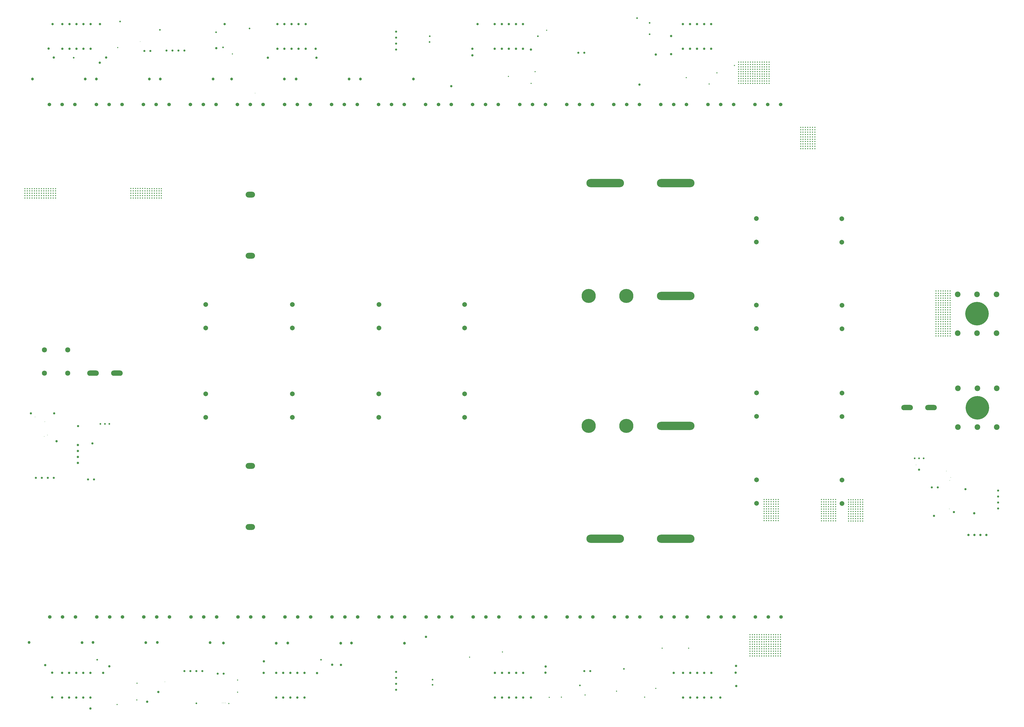
<source format=gbr>
%TF.GenerationSoftware,Altium Limited,Altium Designer,25.3.3 (18)*%
G04 Layer_Color=0*
%FSLAX45Y45*%
%MOMM*%
%TF.SameCoordinates,A4CA6E92-6A9D-4088-ADF9-EEBE24E4F9EE*%
%TF.FilePolarity,Positive*%
%TF.FileFunction,Plated,1,2,PTH,Drill*%
%TF.Part,Single*%
G01*
G75*
%TA.AperFunction,ComponentDrill*%
%ADD133C,0.90000*%
%ADD134C,1.00000*%
%ADD135C,10.00000*%
%ADD136C,2.40000*%
%ADD137C,1.50000*%
%ADD138C,0.95000*%
%ADD139C,1.20000*%
%ADD140C,1.00000*%
%ADD141C,6.00000*%
%ADD142O,16.00000X3.50000*%
%ADD143C,0.90000*%
%ADD144O,4.00000X2.50000*%
%ADD145C,2.15900*%
%ADD146C,2.00000*%
%ADD147O,4.95300X2.28600*%
%ADD148C,0.76200*%
%TA.AperFunction,ViaDrill,NotFilled*%
%ADD149C,0.50000*%
%ADD150C,0.30000*%
%ADD151C,0.71120*%
%ADD152C,1.00000*%
D133*
X5550000Y28177499D02*
D03*
X5296000D02*
D03*
X8665000Y1685000D02*
D03*
X8411000D02*
D03*
X24000000Y1800000D02*
D03*
X24253999D02*
D03*
X7762000D02*
D03*
X7254000D02*
D03*
X7000000D02*
D03*
X7508000D02*
D03*
X3154000Y9950000D02*
D03*
X2900000D02*
D03*
X39031500Y9610000D02*
D03*
X38777499D02*
D03*
X6492000Y28200000D02*
D03*
X7000000D02*
D03*
X6746000D02*
D03*
X6238000D02*
D03*
X23746001Y28100000D02*
D03*
X24000000D02*
D03*
X933500Y10015000D02*
D03*
X1441500D02*
D03*
X1187500D02*
D03*
X679500D02*
D03*
D134*
X26345001Y26745001D02*
D03*
X21400000Y675000D02*
D03*
X21100000D02*
D03*
X20800000D02*
D03*
X20500000D02*
D03*
X20200000D02*
D03*
X21400000Y1725000D02*
D03*
X21100000D02*
D03*
X20800000D02*
D03*
X20500000D02*
D03*
X20200000D02*
D03*
X3802500Y1997500D02*
D03*
X19462500Y29325000D02*
D03*
X27687500Y28817499D02*
D03*
X17267500Y3250000D02*
D03*
X27804999Y1720000D02*
D03*
X21732312Y675000D02*
D03*
X29785001Y670000D02*
D03*
X30457501Y1165000D02*
D03*
X22350000Y1730000D02*
D03*
X22355000Y1990000D02*
D03*
X30450000Y2020000D02*
D03*
X30435001Y1732500D02*
D03*
X3002500Y205000D02*
D03*
X1377500Y680000D02*
D03*
X1080000Y2047500D02*
D03*
X12100000Y675000D02*
D03*
X11800000D02*
D03*
X11500000D02*
D03*
X11200000D02*
D03*
X10900000D02*
D03*
X12100000Y1725000D02*
D03*
X11800000D02*
D03*
X11500000D02*
D03*
X11200000D02*
D03*
X10900000D02*
D03*
X3000000Y675000D02*
D03*
X2700000D02*
D03*
X2400000D02*
D03*
X2100000D02*
D03*
X1800000D02*
D03*
X3000000Y1725000D02*
D03*
X2700000D02*
D03*
X2400000D02*
D03*
X2100000D02*
D03*
X1800000D02*
D03*
X13277499Y2070000D02*
D03*
X10372500Y1722500D02*
D03*
X12637500Y1715000D02*
D03*
X10375000Y2216409D02*
D03*
X13650000Y2062500D02*
D03*
X3540000Y1725000D02*
D03*
X40579999Y8512500D02*
D03*
X8355000Y28302499D02*
D03*
X3407793Y29325000D02*
D03*
X1390000D02*
D03*
X8710000Y29325000D02*
D03*
X28192499Y29325000D02*
D03*
X28492499D02*
D03*
X28792499D02*
D03*
X29092499D02*
D03*
X29392499D02*
D03*
X28192499Y28275000D02*
D03*
X28492499D02*
D03*
X28792499D02*
D03*
X29092499D02*
D03*
X29392499D02*
D03*
X3398734Y27681265D02*
D03*
X20192500Y29325000D02*
D03*
X20492500D02*
D03*
X20792500D02*
D03*
X21092500D02*
D03*
X21392500D02*
D03*
X20192500Y28275000D02*
D03*
X20492500D02*
D03*
X20792500D02*
D03*
X21092500D02*
D03*
X21392500D02*
D03*
X27690955Y28040781D02*
D03*
X27037500Y28029999D02*
D03*
X19239999Y28272501D02*
D03*
X21732500Y28237500D02*
D03*
X19237500Y27995001D02*
D03*
X12580000Y28270001D02*
D03*
X12615000Y27892499D02*
D03*
X10542500Y27891779D02*
D03*
X1442500Y27897501D02*
D03*
X3667500Y27900000D02*
D03*
X1225000Y28277499D02*
D03*
X18347501Y26679999D02*
D03*
X1562500Y11572500D02*
D03*
X5412500Y497500D02*
D03*
X5887500Y912500D02*
D03*
X2472500Y11416000D02*
D03*
Y11162000D02*
D03*
Y10908000D02*
D03*
Y10654000D02*
D03*
X3010000Y28275000D02*
D03*
X2710000D02*
D03*
X2410000D02*
D03*
X2110000D02*
D03*
X1810000D02*
D03*
X3010000Y29325000D02*
D03*
X2710000D02*
D03*
X2410000D02*
D03*
X2110000D02*
D03*
X1810000D02*
D03*
X12152500Y28275000D02*
D03*
X11852500D02*
D03*
X11552500D02*
D03*
X11252500D02*
D03*
X10952500D02*
D03*
X12152500Y29325000D02*
D03*
X11852500D02*
D03*
X11552500D02*
D03*
X11252500D02*
D03*
X10952500D02*
D03*
X28200000Y1725000D02*
D03*
X28500000D02*
D03*
X28800000D02*
D03*
X29100000D02*
D03*
X29400000D02*
D03*
X28200000Y675000D02*
D03*
X28500000D02*
D03*
X28800000D02*
D03*
X29100000D02*
D03*
X29400000D02*
D03*
D135*
X40710001Y13000000D02*
D03*
X40697501Y17000000D02*
D03*
D136*
X41535001Y13825000D02*
D03*
Y12175000D02*
D03*
X39885001D02*
D03*
Y13825000D02*
D03*
X40710001Y12175000D02*
D03*
Y13825000D02*
D03*
X41522501Y17825000D02*
D03*
Y16175000D02*
D03*
X39872501D02*
D03*
Y17825000D02*
D03*
X40697501Y16175000D02*
D03*
Y17825000D02*
D03*
D137*
X32345999Y25900000D02*
D03*
X31800000D02*
D03*
X31254001D02*
D03*
X30345999D02*
D03*
X29800000D02*
D03*
X29254001D02*
D03*
X28345999D02*
D03*
X27800000D02*
D03*
X27254001D02*
D03*
X26345999D02*
D03*
X25800000D02*
D03*
X25253999D02*
D03*
X24346001D02*
D03*
X23800000D02*
D03*
X23253999D02*
D03*
X22346001D02*
D03*
X21800000D02*
D03*
X21253999D02*
D03*
X20346001D02*
D03*
X19800000D02*
D03*
X19253999D02*
D03*
X18346001D02*
D03*
X17800000D02*
D03*
X17253999D02*
D03*
X16366000Y4100000D02*
D03*
X15820000D02*
D03*
X15274001D02*
D03*
X12366000D02*
D03*
X11820000D02*
D03*
X11274000D02*
D03*
X5254000Y25900000D02*
D03*
X5800000D02*
D03*
X6346000D02*
D03*
X13274001Y4100000D02*
D03*
X13820000D02*
D03*
X14366000D02*
D03*
X9274000D02*
D03*
X9820000D02*
D03*
X10366000D02*
D03*
X5274000D02*
D03*
X5820000D02*
D03*
X6366000D02*
D03*
X7274000D02*
D03*
X7820000D02*
D03*
X8366000D02*
D03*
X3274000D02*
D03*
X3820000D02*
D03*
X4366000D02*
D03*
X1274000D02*
D03*
X1820000D02*
D03*
X2366000D02*
D03*
X18366000D02*
D03*
X17820000D02*
D03*
X17274001D02*
D03*
X20366000D02*
D03*
X19820000D02*
D03*
X19274001D02*
D03*
X22366000D02*
D03*
X21820000D02*
D03*
X21274001D02*
D03*
X23274001D02*
D03*
X23820000D02*
D03*
X24366000D02*
D03*
X26366000D02*
D03*
X25820001D02*
D03*
X25274001D02*
D03*
X28366000D02*
D03*
X27820001D02*
D03*
X27273999D02*
D03*
X30366000D02*
D03*
X29820001D02*
D03*
X29273999D02*
D03*
X32366000D02*
D03*
X31820001D02*
D03*
X31273999D02*
D03*
X16346001Y25900000D02*
D03*
X15800000D02*
D03*
X15253999D02*
D03*
X10346000D02*
D03*
X9800000D02*
D03*
X9254000D02*
D03*
X8346000D02*
D03*
X7800000D02*
D03*
X7254000D02*
D03*
X14346001D02*
D03*
X13800000D02*
D03*
X13253999D02*
D03*
X4346000D02*
D03*
X3800000D02*
D03*
X3254000D02*
D03*
X2346000D02*
D03*
X1800000D02*
D03*
X1254000D02*
D03*
X11254000D02*
D03*
X11800000D02*
D03*
X12346000D02*
D03*
D138*
X2475000Y12217500D02*
D03*
X40207501Y9532243D02*
D03*
X38229999Y10370000D02*
D03*
X39717499Y8562500D02*
D03*
X38864999Y8402500D02*
D03*
X1465000Y12765000D02*
D03*
X3090000Y11487500D02*
D03*
X472500Y12765000D02*
D03*
D139*
X14105000Y2990000D02*
D03*
X16355000Y2985000D02*
D03*
X11392500Y2990000D02*
D03*
X13642500Y2985000D02*
D03*
X8655000Y2990000D02*
D03*
X10905000Y2985000D02*
D03*
X5360000Y3010000D02*
D03*
X3110000Y3015000D02*
D03*
X8095000Y3010000D02*
D03*
X5845000Y3015000D02*
D03*
X2645000Y3010000D02*
D03*
X395000Y3015000D02*
D03*
X14482500Y26989999D02*
D03*
X16732500Y26985001D02*
D03*
X11747500Y26989999D02*
D03*
X13997501Y26985001D02*
D03*
X2785000Y26985001D02*
D03*
X535000Y26989999D02*
D03*
X5505000Y26985001D02*
D03*
X3255000Y26989999D02*
D03*
X8220000Y26985001D02*
D03*
X5970000Y26989999D02*
D03*
X11252500Y26985001D02*
D03*
X9002500Y26989999D02*
D03*
D140*
X1375000Y1727500D02*
D03*
X41095999Y7587500D02*
D03*
X40842001D02*
D03*
X40588000D02*
D03*
X40334000D02*
D03*
D141*
X25787500Y17755000D02*
D03*
X24187500D02*
D03*
X25787500Y12225000D02*
D03*
X24187500D02*
D03*
D142*
X27887500Y17755000D02*
D03*
X24887500Y22555000D02*
D03*
X27887500D02*
D03*
Y12225000D02*
D03*
Y7425000D02*
D03*
X24887500D02*
D03*
D143*
X16000000Y28492001D02*
D03*
Y29000000D02*
D03*
Y28745999D02*
D03*
Y28238000D02*
D03*
Y1508000D02*
D03*
Y1000000D02*
D03*
Y1254000D02*
D03*
Y1762000D02*
D03*
X41595001Y9219000D02*
D03*
Y8711000D02*
D03*
Y8965000D02*
D03*
Y9473000D02*
D03*
D144*
X9800000Y19464999D02*
D03*
Y22064999D02*
D03*
Y10530000D02*
D03*
Y7930000D02*
D03*
D145*
X2039411Y15466820D02*
D03*
X1048811D02*
D03*
X2039031Y14474899D02*
D03*
X1048431D02*
D03*
D146*
X18915048Y17395000D02*
D03*
Y16395000D02*
D03*
X7907548Y17395000D02*
D03*
Y16395000D02*
D03*
X15267548Y17395000D02*
D03*
Y16395000D02*
D03*
X11590048Y17395000D02*
D03*
Y16395000D02*
D03*
X11585000Y12590000D02*
D03*
Y13589999D02*
D03*
X18910001Y12590000D02*
D03*
Y13589999D02*
D03*
X7902500Y12590000D02*
D03*
Y13589999D02*
D03*
X15262500Y12590000D02*
D03*
Y13589999D02*
D03*
X31323059Y8933360D02*
D03*
Y9933360D02*
D03*
X34958060Y8928360D02*
D03*
Y9928360D02*
D03*
Y13628360D02*
D03*
Y12628360D02*
D03*
X31323059Y13633360D02*
D03*
Y12633360D02*
D03*
X31317499Y16364999D02*
D03*
Y17364999D02*
D03*
X34952499Y16360001D02*
D03*
Y17360001D02*
D03*
X34950000Y21045000D02*
D03*
Y20045000D02*
D03*
X31314999Y21050000D02*
D03*
Y20050000D02*
D03*
D147*
X37726999Y13006100D02*
D03*
X38742999D02*
D03*
X3112000Y14476100D02*
D03*
X4128000D02*
D03*
D148*
X38044501Y10847100D02*
D03*
X38235001D02*
D03*
X38425500D02*
D03*
X3429500Y12317100D02*
D03*
X3620000D02*
D03*
X3810500D02*
D03*
D149*
X4980000Y1280000D02*
D03*
X9262500Y897500D02*
D03*
X25367500Y942500D02*
D03*
X29307501Y26775000D02*
D03*
X28437830Y2770942D02*
D03*
X30379990Y27563443D02*
D03*
X30658829Y27404434D02*
D03*
X30758829Y27504434D02*
D03*
X30558829D02*
D03*
X30658829Y27604434D02*
D03*
X30558829Y27404434D02*
D03*
X30758829D02*
D03*
Y27604434D02*
D03*
X30858829Y27504434D02*
D03*
X30558829Y27604434D02*
D03*
X30658829Y27704434D02*
D03*
X30558829D02*
D03*
X30758829D02*
D03*
X30858829D02*
D03*
Y27604434D02*
D03*
X30958829Y27704434D02*
D03*
Y27604434D02*
D03*
X31058829Y27704434D02*
D03*
Y27604434D02*
D03*
X31158829Y27704434D02*
D03*
Y27604434D02*
D03*
X31257632Y27703906D02*
D03*
Y27603906D02*
D03*
X31357632Y27703906D02*
D03*
Y27603906D02*
D03*
X31457632Y27703906D02*
D03*
Y27603906D02*
D03*
X31557632Y27703906D02*
D03*
Y27603906D02*
D03*
X31657632Y27703906D02*
D03*
Y27603906D02*
D03*
X31757632Y27703906D02*
D03*
Y27603906D02*
D03*
X31857632Y27703906D02*
D03*
Y27603906D02*
D03*
Y27503906D02*
D03*
Y27403906D02*
D03*
X31757632Y27503906D02*
D03*
Y27403906D02*
D03*
X31657632Y27503906D02*
D03*
Y27403906D02*
D03*
X31557632Y27503906D02*
D03*
Y27403906D02*
D03*
X31457632Y27503906D02*
D03*
X31357632D02*
D03*
X31457632Y27403906D02*
D03*
X31357632D02*
D03*
X31257632D02*
D03*
X31158829Y27404434D02*
D03*
X31257632Y27503906D02*
D03*
X31158829Y27504434D02*
D03*
X31058829D02*
D03*
Y27404434D02*
D03*
X30958829Y27504434D02*
D03*
Y27404434D02*
D03*
X30858829D02*
D03*
X27309991Y2773442D02*
D03*
X19122490Y2393767D02*
D03*
X20520000Y2607500D02*
D03*
X5321197Y22025526D02*
D03*
X820000Y22025000D02*
D03*
X5321197Y21923026D02*
D03*
Y22125526D02*
D03*
X820000Y21922501D02*
D03*
X5321197Y22325526D02*
D03*
X820000Y22125000D02*
D03*
Y22225000D02*
D03*
X5321197Y22228026D02*
D03*
X820000Y22325000D02*
D03*
X5221197Y22025526D02*
D03*
X720000Y22025000D02*
D03*
X5221197Y21923026D02*
D03*
Y22125526D02*
D03*
X720000Y21922501D02*
D03*
X5221197Y22325526D02*
D03*
X720000Y22125000D02*
D03*
Y22225000D02*
D03*
X5221197Y22228026D02*
D03*
X720000Y22325000D02*
D03*
X5121197Y22025526D02*
D03*
X620000Y22025000D02*
D03*
X5121197Y21923026D02*
D03*
Y22125526D02*
D03*
X620000Y21922501D02*
D03*
X5121197Y22325526D02*
D03*
X620000Y22125000D02*
D03*
Y22225000D02*
D03*
X5121197Y22228026D02*
D03*
X620000Y22325000D02*
D03*
X5021196Y22025526D02*
D03*
X520000Y22025000D02*
D03*
X5021196Y21923026D02*
D03*
Y22125526D02*
D03*
X520000Y21922501D02*
D03*
X5021196Y22325526D02*
D03*
X520000Y22125000D02*
D03*
Y22225000D02*
D03*
X5021196Y22228026D02*
D03*
X520000Y22325000D02*
D03*
X4921197Y22025526D02*
D03*
X420000Y22025000D02*
D03*
X4921197Y21923026D02*
D03*
Y22125526D02*
D03*
X420000Y21922501D02*
D03*
X4921197Y22325526D02*
D03*
X420000Y22125000D02*
D03*
Y22225000D02*
D03*
X4921197Y22228026D02*
D03*
X420000Y22325000D02*
D03*
X4821197Y22025526D02*
D03*
X320000Y22025000D02*
D03*
X4821197Y21923026D02*
D03*
Y22125526D02*
D03*
X320000Y21922501D02*
D03*
X4821197Y22325526D02*
D03*
X320000Y22125000D02*
D03*
Y22225000D02*
D03*
X4821197Y22228026D02*
D03*
X320000Y22325000D02*
D03*
X220000D02*
D03*
X4721197Y22228026D02*
D03*
X220000Y22225000D02*
D03*
Y22125000D02*
D03*
X4721197Y22325526D02*
D03*
X220000Y21922501D02*
D03*
X4721197Y22125526D02*
D03*
Y21923026D02*
D03*
X220000Y22025000D02*
D03*
X4721197Y22025526D02*
D03*
X5420000Y22025000D02*
D03*
X918803Y22024474D02*
D03*
X5420000Y21922501D02*
D03*
Y22125000D02*
D03*
X918803Y21921974D02*
D03*
X5420000Y22325000D02*
D03*
X918803Y22124474D02*
D03*
Y22224474D02*
D03*
X5420000Y22227499D02*
D03*
X918803Y22324474D02*
D03*
X1018803D02*
D03*
X5520000Y22227499D02*
D03*
X1018803Y22224474D02*
D03*
Y22124474D02*
D03*
X5520000Y22325000D02*
D03*
X1018803Y21921974D02*
D03*
X5520000Y22125000D02*
D03*
Y21922501D02*
D03*
X1018803Y22024474D02*
D03*
X5520000Y22025000D02*
D03*
X1118803Y22324474D02*
D03*
X5620000Y22227499D02*
D03*
X1118803Y22224474D02*
D03*
Y22124474D02*
D03*
X5620000Y22325000D02*
D03*
X1118803Y21921974D02*
D03*
X5620000Y22125000D02*
D03*
Y21922501D02*
D03*
X1118803Y22024474D02*
D03*
X5620000Y22025000D02*
D03*
X1218803Y22324474D02*
D03*
X5720000Y22227499D02*
D03*
X1218803Y22224474D02*
D03*
Y22124474D02*
D03*
X5720000Y22325000D02*
D03*
X1218803Y21921974D02*
D03*
X5720000Y22125000D02*
D03*
Y21922501D02*
D03*
X1218803Y22024474D02*
D03*
X5720000Y22025000D02*
D03*
X1318803Y22324474D02*
D03*
X5820000Y22227499D02*
D03*
X1318803Y22224474D02*
D03*
Y22124474D02*
D03*
X5820000Y22325000D02*
D03*
X1318803Y21921974D02*
D03*
X5820000Y22125000D02*
D03*
Y21922501D02*
D03*
X1318803Y22024474D02*
D03*
X5820000Y22025000D02*
D03*
X1418803Y22324474D02*
D03*
X5920000Y22227499D02*
D03*
X1418803Y22224474D02*
D03*
Y22124474D02*
D03*
X5920000Y22325000D02*
D03*
X1418803Y21921974D02*
D03*
X5920000Y22125000D02*
D03*
Y21922501D02*
D03*
X1418803Y22024474D02*
D03*
X5920000Y22025000D02*
D03*
X1518803Y22324474D02*
D03*
X6020000Y22227499D02*
D03*
X1518803Y22224474D02*
D03*
Y22124474D02*
D03*
X6020000Y22325000D02*
D03*
X1518803Y21921974D02*
D03*
X6020000Y22125000D02*
D03*
Y21922501D02*
D03*
X1518803Y22024474D02*
D03*
X6020000Y22025000D02*
D03*
X31857632Y26901407D02*
D03*
Y26798907D02*
D03*
Y27001407D02*
D03*
Y27301407D02*
D03*
Y27201407D02*
D03*
Y27103906D02*
D03*
X31757632Y26901407D02*
D03*
Y26798907D02*
D03*
Y27001407D02*
D03*
Y27301407D02*
D03*
Y27201407D02*
D03*
Y27103906D02*
D03*
X31657632Y26901407D02*
D03*
Y26798907D02*
D03*
Y27001407D02*
D03*
Y27301407D02*
D03*
Y27201407D02*
D03*
Y27103906D02*
D03*
X31557632Y26901407D02*
D03*
Y26798907D02*
D03*
Y27001407D02*
D03*
Y27301407D02*
D03*
Y27201407D02*
D03*
Y27103906D02*
D03*
X31457632Y26901407D02*
D03*
Y26798907D02*
D03*
Y27001407D02*
D03*
Y27301407D02*
D03*
Y27201407D02*
D03*
Y27103906D02*
D03*
X31357632Y26901407D02*
D03*
Y26798907D02*
D03*
Y27001407D02*
D03*
Y27301407D02*
D03*
Y27201407D02*
D03*
Y27103906D02*
D03*
X31257632D02*
D03*
Y27201407D02*
D03*
Y27301407D02*
D03*
Y27001407D02*
D03*
Y26798907D02*
D03*
Y26901407D02*
D03*
X30558829Y26901932D02*
D03*
Y26799432D02*
D03*
Y27001932D02*
D03*
Y27301932D02*
D03*
Y27201932D02*
D03*
Y27104434D02*
D03*
X30658829D02*
D03*
Y27504434D02*
D03*
Y27201932D02*
D03*
Y27301932D02*
D03*
Y27001932D02*
D03*
Y26799432D02*
D03*
Y26901932D02*
D03*
X30758829Y27104434D02*
D03*
Y27201932D02*
D03*
Y27301932D02*
D03*
Y27001932D02*
D03*
Y26799432D02*
D03*
Y26901932D02*
D03*
X30858829Y27104434D02*
D03*
Y27201932D02*
D03*
Y27301932D02*
D03*
Y27001932D02*
D03*
Y26799432D02*
D03*
Y26901932D02*
D03*
X30958829Y27104434D02*
D03*
Y27201932D02*
D03*
Y27301932D02*
D03*
Y27001932D02*
D03*
Y26799432D02*
D03*
Y26901932D02*
D03*
X31058829Y27104434D02*
D03*
Y27201932D02*
D03*
Y27301932D02*
D03*
Y27001932D02*
D03*
Y26799432D02*
D03*
Y26901932D02*
D03*
X31158829Y27104434D02*
D03*
Y27201932D02*
D03*
Y27301932D02*
D03*
Y27001932D02*
D03*
Y26799432D02*
D03*
Y26901932D02*
D03*
X31738831Y2544433D02*
D03*
Y3046933D02*
D03*
Y2441933D02*
D03*
Y2644433D02*
D03*
Y2944433D02*
D03*
Y2844433D02*
D03*
Y3146933D02*
D03*
Y3246933D02*
D03*
Y2746933D02*
D03*
Y3346933D02*
D03*
X31838831D02*
D03*
Y2746933D02*
D03*
Y3246933D02*
D03*
Y3146933D02*
D03*
Y2844433D02*
D03*
Y2944433D02*
D03*
Y2644433D02*
D03*
Y2441933D02*
D03*
Y3046933D02*
D03*
Y2544433D02*
D03*
X31938831Y3346933D02*
D03*
Y2746933D02*
D03*
Y3246933D02*
D03*
Y3146933D02*
D03*
Y2844433D02*
D03*
Y2944433D02*
D03*
Y2644433D02*
D03*
Y2441933D02*
D03*
Y3046933D02*
D03*
Y2544433D02*
D03*
X32038828Y3346933D02*
D03*
Y2746933D02*
D03*
Y3246933D02*
D03*
Y3146933D02*
D03*
Y2844433D02*
D03*
Y2944433D02*
D03*
Y2644433D02*
D03*
Y2441933D02*
D03*
Y3046933D02*
D03*
Y2544433D02*
D03*
X32138831Y3346933D02*
D03*
Y2746933D02*
D03*
Y3246933D02*
D03*
Y3146933D02*
D03*
Y2844433D02*
D03*
Y2944433D02*
D03*
Y2644433D02*
D03*
Y2441933D02*
D03*
Y3046933D02*
D03*
Y2544433D02*
D03*
X32238831Y3346933D02*
D03*
Y2746933D02*
D03*
Y3246933D02*
D03*
Y3146933D02*
D03*
Y2844433D02*
D03*
Y2944433D02*
D03*
Y2644433D02*
D03*
Y2441933D02*
D03*
Y3046933D02*
D03*
Y2544433D02*
D03*
X32338831Y3346933D02*
D03*
Y2746933D02*
D03*
Y3246933D02*
D03*
Y3146933D02*
D03*
Y2844433D02*
D03*
Y2944433D02*
D03*
Y2644433D02*
D03*
Y2441933D02*
D03*
Y3046933D02*
D03*
Y2544433D02*
D03*
X31041330Y2541933D02*
D03*
Y3044433D02*
D03*
Y2439433D02*
D03*
Y2641933D02*
D03*
Y2941933D02*
D03*
Y2841933D02*
D03*
Y3144433D02*
D03*
Y3244433D02*
D03*
Y2744433D02*
D03*
Y3344433D02*
D03*
X31141330D02*
D03*
Y2744433D02*
D03*
Y3244433D02*
D03*
Y3144433D02*
D03*
Y2841933D02*
D03*
Y2941933D02*
D03*
Y2641933D02*
D03*
Y2439433D02*
D03*
Y3044433D02*
D03*
Y2541933D02*
D03*
X31241330Y3344433D02*
D03*
Y2744433D02*
D03*
Y3244433D02*
D03*
Y3144433D02*
D03*
Y2841933D02*
D03*
Y2941933D02*
D03*
Y2641933D02*
D03*
Y2439433D02*
D03*
Y3044433D02*
D03*
Y2541933D02*
D03*
X31341330Y3344433D02*
D03*
Y2744433D02*
D03*
Y3244433D02*
D03*
Y3144433D02*
D03*
Y2841933D02*
D03*
Y2941933D02*
D03*
Y2641933D02*
D03*
Y2439433D02*
D03*
Y3044433D02*
D03*
Y2541933D02*
D03*
X31441330Y3344433D02*
D03*
Y2744433D02*
D03*
Y3244433D02*
D03*
Y3144433D02*
D03*
Y2841933D02*
D03*
Y2941933D02*
D03*
Y2641933D02*
D03*
Y2439433D02*
D03*
Y3044433D02*
D03*
Y2541933D02*
D03*
X31541330Y3344433D02*
D03*
Y2744433D02*
D03*
Y3244433D02*
D03*
Y3144433D02*
D03*
Y2841933D02*
D03*
Y2941933D02*
D03*
Y2641933D02*
D03*
Y2439433D02*
D03*
Y3044433D02*
D03*
Y2541933D02*
D03*
X31641330Y3344433D02*
D03*
Y2744433D02*
D03*
Y3244433D02*
D03*
Y3144433D02*
D03*
Y2841933D02*
D03*
Y2941933D02*
D03*
Y2641933D02*
D03*
Y2439433D02*
D03*
Y3044433D02*
D03*
Y2541933D02*
D03*
X34081329Y8289433D02*
D03*
Y8791933D02*
D03*
Y8186933D02*
D03*
Y8389433D02*
D03*
Y8689433D02*
D03*
Y8589433D02*
D03*
Y8891933D02*
D03*
Y8991933D02*
D03*
Y8491933D02*
D03*
Y9091933D02*
D03*
X34181329D02*
D03*
Y8491933D02*
D03*
Y8991933D02*
D03*
Y8891933D02*
D03*
Y8589433D02*
D03*
Y8689433D02*
D03*
Y8389433D02*
D03*
Y8186933D02*
D03*
Y8791933D02*
D03*
Y8289433D02*
D03*
X34281329Y9091933D02*
D03*
Y8491933D02*
D03*
Y8991933D02*
D03*
Y8891933D02*
D03*
Y8589433D02*
D03*
Y8689433D02*
D03*
Y8389433D02*
D03*
Y8186933D02*
D03*
Y8791933D02*
D03*
Y8289433D02*
D03*
X34381329Y9091933D02*
D03*
Y8491933D02*
D03*
Y8991933D02*
D03*
Y8891933D02*
D03*
Y8589433D02*
D03*
Y8689433D02*
D03*
Y8389433D02*
D03*
Y8186933D02*
D03*
Y8791933D02*
D03*
Y8289433D02*
D03*
X34481329Y9091933D02*
D03*
Y8491933D02*
D03*
Y8991933D02*
D03*
Y8891933D02*
D03*
Y8589433D02*
D03*
Y8689433D02*
D03*
Y8389433D02*
D03*
Y8186933D02*
D03*
Y8791933D02*
D03*
Y8289433D02*
D03*
X34581329Y9091933D02*
D03*
Y8491933D02*
D03*
Y8991933D02*
D03*
Y8891933D02*
D03*
Y8589433D02*
D03*
Y8689433D02*
D03*
Y8389433D02*
D03*
Y8186933D02*
D03*
Y8791933D02*
D03*
Y8289433D02*
D03*
X34681329Y9091933D02*
D03*
Y8491933D02*
D03*
Y8991933D02*
D03*
Y8891933D02*
D03*
Y8589433D02*
D03*
Y8689433D02*
D03*
Y8389433D02*
D03*
Y8186933D02*
D03*
Y8791933D02*
D03*
Y8289433D02*
D03*
X35233829Y8286933D02*
D03*
Y8789433D02*
D03*
Y8184433D02*
D03*
Y8386933D02*
D03*
Y8686933D02*
D03*
Y8586933D02*
D03*
Y8889433D02*
D03*
Y8989433D02*
D03*
Y8489433D02*
D03*
Y9089433D02*
D03*
X35333829D02*
D03*
Y8489433D02*
D03*
Y8989433D02*
D03*
Y8889433D02*
D03*
Y8586933D02*
D03*
Y8686933D02*
D03*
Y8386933D02*
D03*
Y8184433D02*
D03*
Y8789433D02*
D03*
Y8286933D02*
D03*
X35433829Y9089433D02*
D03*
Y8489433D02*
D03*
Y8989433D02*
D03*
Y8889433D02*
D03*
Y8586933D02*
D03*
Y8686933D02*
D03*
Y8386933D02*
D03*
Y8184433D02*
D03*
Y8789433D02*
D03*
Y8286933D02*
D03*
X35533829Y9089433D02*
D03*
Y8489433D02*
D03*
Y8989433D02*
D03*
Y8889433D02*
D03*
Y8586933D02*
D03*
Y8686933D02*
D03*
Y8386933D02*
D03*
Y8184433D02*
D03*
Y8789433D02*
D03*
Y8286933D02*
D03*
X35633829Y9089433D02*
D03*
Y8489433D02*
D03*
Y8989433D02*
D03*
Y8889433D02*
D03*
Y8586933D02*
D03*
Y8686933D02*
D03*
Y8386933D02*
D03*
Y8184433D02*
D03*
Y8789433D02*
D03*
Y8286933D02*
D03*
X35733829Y9089433D02*
D03*
Y8489433D02*
D03*
Y8989433D02*
D03*
Y8889433D02*
D03*
Y8586933D02*
D03*
Y8686933D02*
D03*
Y8386933D02*
D03*
Y8184433D02*
D03*
Y8789433D02*
D03*
Y8286933D02*
D03*
X35833829Y9089433D02*
D03*
Y8489433D02*
D03*
Y8989433D02*
D03*
Y8889433D02*
D03*
Y8586933D02*
D03*
Y8686933D02*
D03*
Y8386933D02*
D03*
Y8184433D02*
D03*
Y8789433D02*
D03*
Y8286933D02*
D03*
X31643829Y8296933D02*
D03*
Y8799433D02*
D03*
Y8194433D02*
D03*
Y8396933D02*
D03*
Y8696933D02*
D03*
Y8596933D02*
D03*
Y8899433D02*
D03*
Y8999433D02*
D03*
Y8499433D02*
D03*
Y9099433D02*
D03*
X31743829D02*
D03*
Y8499433D02*
D03*
Y8999433D02*
D03*
Y8899433D02*
D03*
Y8596933D02*
D03*
Y8696933D02*
D03*
Y8396933D02*
D03*
Y8194433D02*
D03*
Y8799433D02*
D03*
Y8296933D02*
D03*
X31843829Y9099433D02*
D03*
Y8499433D02*
D03*
Y8999433D02*
D03*
Y8899433D02*
D03*
Y8596933D02*
D03*
Y8696933D02*
D03*
Y8396933D02*
D03*
Y8194433D02*
D03*
Y8799433D02*
D03*
Y8296933D02*
D03*
X31943829Y9099433D02*
D03*
Y8499433D02*
D03*
Y8999433D02*
D03*
Y8899433D02*
D03*
Y8596933D02*
D03*
Y8696933D02*
D03*
Y8396933D02*
D03*
Y8194433D02*
D03*
Y8799433D02*
D03*
Y8296933D02*
D03*
X32043829Y9099433D02*
D03*
Y8499433D02*
D03*
Y8999433D02*
D03*
Y8899433D02*
D03*
Y8596933D02*
D03*
Y8696933D02*
D03*
Y8396933D02*
D03*
Y8194433D02*
D03*
Y8799433D02*
D03*
Y8296933D02*
D03*
X32143829Y9099433D02*
D03*
Y8499433D02*
D03*
Y8999433D02*
D03*
Y8899433D02*
D03*
Y8596933D02*
D03*
Y8696933D02*
D03*
Y8396933D02*
D03*
Y8194433D02*
D03*
Y8799433D02*
D03*
Y8296933D02*
D03*
X32243829Y9099433D02*
D03*
Y8499433D02*
D03*
Y8999433D02*
D03*
Y8899433D02*
D03*
Y8596933D02*
D03*
Y8696933D02*
D03*
Y8396933D02*
D03*
Y8194433D02*
D03*
Y8799433D02*
D03*
Y8296933D02*
D03*
X38952499Y16160001D02*
D03*
Y16662500D02*
D03*
Y16057500D02*
D03*
Y16260001D02*
D03*
Y16560001D02*
D03*
Y16460001D02*
D03*
Y16762500D02*
D03*
Y16862500D02*
D03*
Y16362500D02*
D03*
Y16962500D02*
D03*
X39052499D02*
D03*
Y16362500D02*
D03*
Y16862500D02*
D03*
Y16762500D02*
D03*
Y16460001D02*
D03*
Y16560001D02*
D03*
Y16260001D02*
D03*
Y16057500D02*
D03*
Y16662500D02*
D03*
Y16160001D02*
D03*
X39152499Y16962500D02*
D03*
Y16362500D02*
D03*
Y16862500D02*
D03*
Y16762500D02*
D03*
Y16460001D02*
D03*
Y16560001D02*
D03*
Y16260001D02*
D03*
Y16057500D02*
D03*
Y16662500D02*
D03*
Y16160001D02*
D03*
X39252499Y16962500D02*
D03*
Y16362500D02*
D03*
Y16862500D02*
D03*
Y16762500D02*
D03*
Y16460001D02*
D03*
Y16560001D02*
D03*
Y16260001D02*
D03*
Y16057500D02*
D03*
Y16662500D02*
D03*
Y16160001D02*
D03*
X39352499Y16962500D02*
D03*
Y16362500D02*
D03*
Y16862500D02*
D03*
Y16762500D02*
D03*
Y16460001D02*
D03*
Y16560001D02*
D03*
Y16260001D02*
D03*
Y16057500D02*
D03*
Y16662500D02*
D03*
Y16160001D02*
D03*
X39452499Y16962500D02*
D03*
Y16362500D02*
D03*
Y16862500D02*
D03*
Y16762500D02*
D03*
Y16460001D02*
D03*
Y16560001D02*
D03*
Y16260001D02*
D03*
Y16057500D02*
D03*
Y16662500D02*
D03*
Y16160001D02*
D03*
X39552499Y16962500D02*
D03*
Y16362500D02*
D03*
Y16862500D02*
D03*
Y16762500D02*
D03*
Y16460001D02*
D03*
Y16560001D02*
D03*
Y16260001D02*
D03*
Y16057500D02*
D03*
Y16662500D02*
D03*
Y16160001D02*
D03*
X38952499Y17162500D02*
D03*
Y17664999D02*
D03*
Y17060001D02*
D03*
Y17262500D02*
D03*
Y17562500D02*
D03*
Y17462500D02*
D03*
Y17764999D02*
D03*
Y17864999D02*
D03*
Y17364999D02*
D03*
Y17964999D02*
D03*
X39052499D02*
D03*
Y17364999D02*
D03*
Y17864999D02*
D03*
Y17764999D02*
D03*
Y17462500D02*
D03*
Y17562500D02*
D03*
Y17262500D02*
D03*
Y17060001D02*
D03*
Y17664999D02*
D03*
Y17162500D02*
D03*
X39152499Y17964999D02*
D03*
Y17364999D02*
D03*
Y17864999D02*
D03*
Y17764999D02*
D03*
Y17462500D02*
D03*
Y17562500D02*
D03*
Y17262500D02*
D03*
Y17060001D02*
D03*
Y17664999D02*
D03*
Y17162500D02*
D03*
X39252499Y17964999D02*
D03*
Y17364999D02*
D03*
Y17864999D02*
D03*
Y17764999D02*
D03*
Y17462500D02*
D03*
Y17562500D02*
D03*
Y17262500D02*
D03*
Y17060001D02*
D03*
Y17664999D02*
D03*
Y17162500D02*
D03*
X39352499Y17964999D02*
D03*
Y17364999D02*
D03*
Y17864999D02*
D03*
Y17764999D02*
D03*
Y17462500D02*
D03*
Y17562500D02*
D03*
Y17262500D02*
D03*
Y17060001D02*
D03*
Y17664999D02*
D03*
Y17162500D02*
D03*
X39452499Y17964999D02*
D03*
Y17364999D02*
D03*
Y17864999D02*
D03*
Y17764999D02*
D03*
Y17462500D02*
D03*
Y17562500D02*
D03*
Y17262500D02*
D03*
Y17060001D02*
D03*
Y17664999D02*
D03*
Y17162500D02*
D03*
X39552499Y17964999D02*
D03*
Y17364999D02*
D03*
Y17864999D02*
D03*
Y17764999D02*
D03*
Y17462500D02*
D03*
Y17562500D02*
D03*
Y17262500D02*
D03*
Y17060001D02*
D03*
Y17664999D02*
D03*
Y17162500D02*
D03*
X33800000Y24122501D02*
D03*
Y24625000D02*
D03*
Y24020000D02*
D03*
Y24222501D02*
D03*
Y24522501D02*
D03*
Y24422501D02*
D03*
Y24725000D02*
D03*
Y24825000D02*
D03*
Y24325000D02*
D03*
Y24925000D02*
D03*
X33700000Y24122501D02*
D03*
Y24625000D02*
D03*
Y24020000D02*
D03*
Y24222501D02*
D03*
Y24522501D02*
D03*
Y24422501D02*
D03*
Y24725000D02*
D03*
Y24825000D02*
D03*
Y24325000D02*
D03*
Y24925000D02*
D03*
X33600000Y24122501D02*
D03*
Y24625000D02*
D03*
Y24020000D02*
D03*
Y24222501D02*
D03*
Y24522501D02*
D03*
Y24422501D02*
D03*
Y24725000D02*
D03*
Y24825000D02*
D03*
Y24325000D02*
D03*
Y24925000D02*
D03*
X33500000Y24122501D02*
D03*
Y24625000D02*
D03*
Y24020000D02*
D03*
Y24222501D02*
D03*
Y24522501D02*
D03*
Y24422501D02*
D03*
Y24725000D02*
D03*
Y24825000D02*
D03*
Y24325000D02*
D03*
Y24925000D02*
D03*
X33400000Y24122501D02*
D03*
Y24625000D02*
D03*
Y24020000D02*
D03*
Y24222501D02*
D03*
Y24522501D02*
D03*
Y24422501D02*
D03*
Y24725000D02*
D03*
Y24825000D02*
D03*
Y24325000D02*
D03*
Y24925000D02*
D03*
X33300000Y24122501D02*
D03*
Y24625000D02*
D03*
Y24020000D02*
D03*
Y24222501D02*
D03*
Y24522501D02*
D03*
Y24422501D02*
D03*
Y24725000D02*
D03*
Y24825000D02*
D03*
Y24325000D02*
D03*
Y24925000D02*
D03*
X33200000D02*
D03*
Y24325000D02*
D03*
Y24825000D02*
D03*
Y24725000D02*
D03*
Y24422501D02*
D03*
Y24522501D02*
D03*
Y24222501D02*
D03*
Y24020000D02*
D03*
Y24625000D02*
D03*
Y24122501D02*
D03*
X9257500Y1415000D02*
D03*
X4977500Y570000D02*
D03*
X24030000Y785000D02*
D03*
X22510001Y677500D02*
D03*
X23030000Y692500D02*
D03*
X26564999D02*
D03*
X27042499Y1062500D02*
D03*
X4140339Y377500D02*
D03*
X8882500Y417500D02*
D03*
X22403116Y29062921D02*
D03*
X4160000Y28322501D02*
D03*
X9035000Y28054999D02*
D03*
X29637500Y27247501D02*
D03*
X20772501Y27097501D02*
D03*
X21740266Y26802930D02*
D03*
X21912500Y27302499D02*
D03*
X28337500Y27042499D02*
D03*
D150*
X8672500Y440000D02*
D03*
X8742500D02*
D03*
X8605000D02*
D03*
X6167500Y1340000D02*
D03*
X650000Y12612500D02*
D03*
X1040000Y11782500D02*
D03*
X1170000Y11840000D02*
D03*
X1067500Y12405000D02*
D03*
X5117500Y28579999D02*
D03*
X39392499Y10310000D02*
D03*
X39535001Y9905000D02*
D03*
X38107501Y10572500D02*
D03*
X39579489Y10036000D02*
D03*
X39517499Y8700000D02*
D03*
X10005000Y26387500D02*
D03*
D151*
X5960000Y29079999D02*
D03*
X22027499Y28810001D02*
D03*
X17547501Y1210000D02*
D03*
Y1437500D02*
D03*
X17432500Y28802499D02*
D03*
X17425000Y28560001D02*
D03*
X25687500Y1890000D02*
D03*
X3292500Y2282500D02*
D03*
X23817500Y1185000D02*
D03*
X7510000Y422500D02*
D03*
X12810001Y2277500D02*
D03*
X8345000Y28972501D02*
D03*
X26245001Y29577499D02*
D03*
X4267500Y29429999D02*
D03*
X9767500Y29139999D02*
D03*
X8640000Y28332501D02*
D03*
X26777499Y29375000D02*
D03*
Y28889337D02*
D03*
X2295000Y27889999D02*
D03*
D152*
X26345001Y26745001D02*
D03*
X3802500Y1997500D02*
D03*
X19462500Y29325000D02*
D03*
X27687500Y28817499D02*
D03*
X17267500Y3250000D02*
D03*
X27804999Y1720000D02*
D03*
X21732312Y675000D02*
D03*
X29785001Y670000D02*
D03*
X30457501Y1165000D02*
D03*
X22350000Y1730000D02*
D03*
X22355000Y1990000D02*
D03*
X30450000Y2020000D02*
D03*
X30435001Y1732500D02*
D03*
X3002500Y205000D02*
D03*
X1377500Y680000D02*
D03*
X1080000Y2047500D02*
D03*
X13277499Y2070000D02*
D03*
X10372500Y1722500D02*
D03*
X12637500Y1715000D02*
D03*
X10375000Y2216409D02*
D03*
X13650000Y2062500D02*
D03*
X1375000Y1727500D02*
D03*
X3540000Y1725000D02*
D03*
X40579999Y8512500D02*
D03*
X8355000Y28302499D02*
D03*
X3407793Y29325000D02*
D03*
X1390000D02*
D03*
X8710000Y29325000D02*
D03*
X3398734Y27681265D02*
D03*
X27690955Y28040781D02*
D03*
X27037500Y28029999D02*
D03*
X19239999Y28272501D02*
D03*
X21732500Y28237500D02*
D03*
X19237500Y27995001D02*
D03*
X12580000Y28270001D02*
D03*
X12615000Y27892499D02*
D03*
X10542500Y27891779D02*
D03*
X1442500Y27897501D02*
D03*
X3667500Y27900000D02*
D03*
X1225000Y28277499D02*
D03*
X18347501Y26679999D02*
D03*
X1562500Y11572500D02*
D03*
X5412500Y497500D02*
D03*
X5887500Y912500D02*
D03*
%TF.MD5,2fdff68db830a51693503eb826ae1323*%
M02*

</source>
